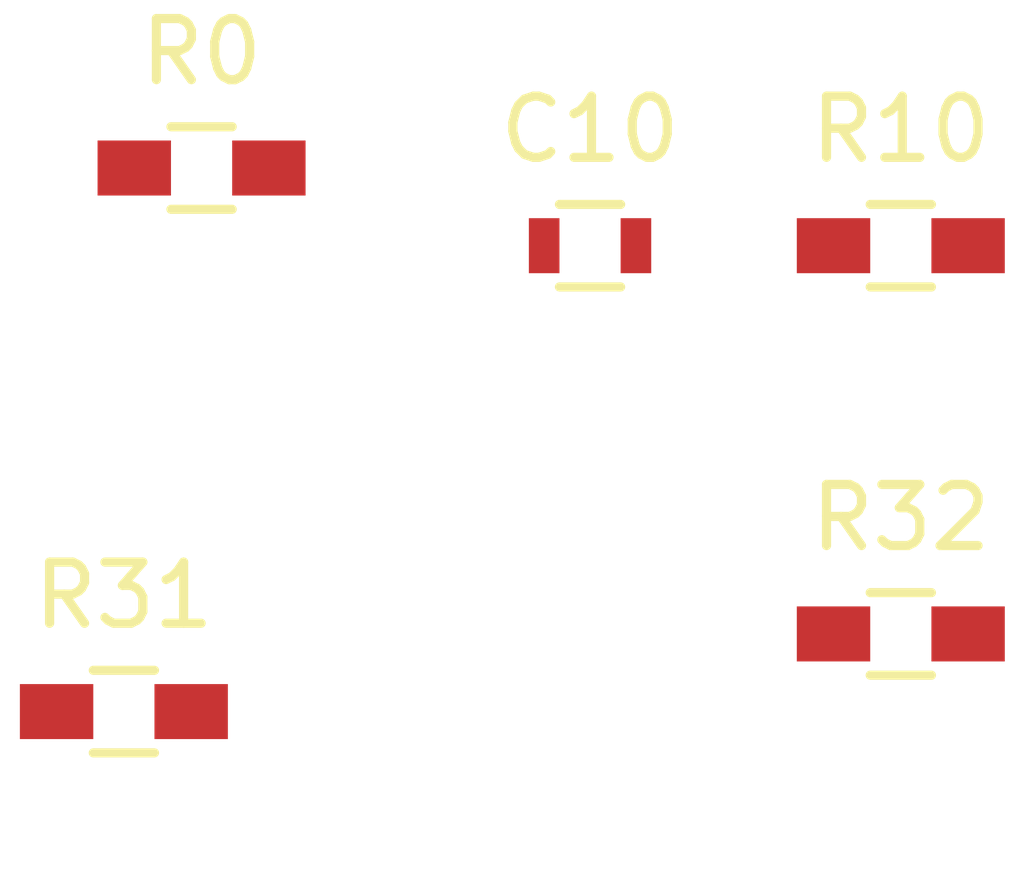
<source format=kicad_pcb>
(kicad_pcb (version 4) (host pcbnew "(2014-jul-16 BZR unknown)-product")

  (general
    (links 3)
    (no_connects 3)
    (area 0 0 0 0)
    (thickness 1.6)
    (drawings 0)
    (tracks 0)
    (zones 0)
    (modules 5)
    (nets 8)
  )

  (page A4)
  (layers
    (0 F.Cu signal)
    (31 B.Cu signal)
    (32 B.Adhes user)
    (33 F.Adhes user)
    (34 B.Paste user)
    (35 F.Paste user)
    (36 B.SilkS user)
    (37 F.SilkS user)
    (38 B.Mask user)
    (39 F.Mask user)
    (40 Dwgs.User user)
    (41 Cmts.User user)
    (42 Eco1.User user)
    (43 Eco2.User user)
    (44 Edge.Cuts user)
    (45 Margin user)
    (46 B.CrtYd user)
    (47 F.CrtYd user)
    (48 B.Fab user)
    (49 F.Fab user)
  )

  (setup
    (last_trace_width 0.254)
    (trace_clearance 0.254)
    (zone_clearance 0.508)
    (zone_45_only no)
    (trace_min 0.254)
    (segment_width 0.2)
    (edge_width 0.1)
    (via_size 0.889)
    (via_drill 0.635)
    (via_min_size 0.889)
    (via_min_drill 0.508)
    (uvia_size 0.508)
    (uvia_drill 0.127)
    (uvias_allowed no)
    (uvia_min_size 0.508)
    (uvia_min_drill 0.127)
    (pcb_text_width 0.3)
    (pcb_text_size 1.5 1.5)
    (mod_edge_width 0.15)
    (mod_text_size 1 1)
    (mod_text_width 0.15)
    (pad_size 1.5 1.5)
    (pad_drill 0.6)
    (pad_to_mask_clearance 0)
    (aux_axis_origin 0 0)
    (visible_elements FFFFFF7F)
    (pcbplotparams
      (layerselection 0x00030_80000001)
      (usegerberextensions false)
      (excludeedgelayer true)
      (linewidth 0.100000)
      (plotframeref false)
      (viasonmask false)
      (mode 1)
      (useauxorigin false)
      (hpglpennumber 1)
      (hpglpenspeed 20)
      (hpglpendiameter 15)
      (hpglpenoverlay 2)
      (psnegative false)
      (psa4output false)
      (plotreference true)
      (plotvalue true)
      (plotinvisibletext false)
      (padsonsilk false)
      (subtractmaskfromsilk false)
      (outputformat 1)
      (mirror false)
      (drillshape 1)
      (scaleselection 1)
      (outputdirectory ""))
  )

  (net 0 "")
  (net 1 VCC)
  (net 2 "Net-(C10-Pad2)")
  (net 3 GND)
  (net 4 GNDPWR)
  (net 5 "Net-(D11-Pad2)")
  (net 6 "Net-(D31-Pad2)")
  (net 7 "Net-(D32-Pad2)")

  (net_class Default "This is the default net class."
    (clearance 0.254)
    (trace_width 0.254)
    (via_dia 0.889)
    (via_drill 0.635)
    (uvia_dia 0.508)
    (uvia_drill 0.127)
    (add_net GND)
    (add_net GNDPWR)
    (add_net "Net-(C10-Pad2)")
    (add_net "Net-(D11-Pad2)")
    (add_net "Net-(D31-Pad2)")
    (add_net "Net-(D32-Pad2)")
    (add_net VCC)
  )

  (module Resistors_SMD:R_0603 (layer F.Cu) (tedit 5415CC62) (tstamp 57AB027F)
    (at 143.51 97.79)
    (descr "Resistor SMD 0603, reflow soldering, Vishay (see dcrcw.pdf)")
    (tags "resistor 0603")
    (path /57AADBD7)
    (attr smd)
    (fp_text reference C10 (at 0 -1.9) (layer F.SilkS)
      (effects (font (size 1 1) (thickness 0.15)))
    )
    (fp_text value "47 pF" (at 0 1.9) (layer F.Fab)
      (effects (font (size 1 1) (thickness 0.15)))
    )
    (fp_line (start -1.3 -0.8) (end 1.3 -0.8) (layer F.CrtYd) (width 0.05))
    (fp_line (start -1.3 0.8) (end 1.3 0.8) (layer F.CrtYd) (width 0.05))
    (fp_line (start -1.3 -0.8) (end -1.3 0.8) (layer F.CrtYd) (width 0.05))
    (fp_line (start 1.3 -0.8) (end 1.3 0.8) (layer F.CrtYd) (width 0.05))
    (fp_line (start 0.5 0.675) (end -0.5 0.675) (layer F.SilkS) (width 0.15))
    (fp_line (start -0.5 -0.675) (end 0.5 -0.675) (layer F.SilkS) (width 0.15))
    (pad 1 smd rect (at -0.75 0) (size 0.5 0.9) (layers F.Cu F.Paste F.Mask)
      (net 1 VCC))
    (pad 2 smd rect (at 0.75 0) (size 0.5 0.9) (layers F.Cu F.Paste F.Mask)
      (net 2 "Net-(C10-Pad2)"))
    (model Resistors_SMD.3dshapes/R_0603.wrl
      (at (xyz 0 0 0))
      (scale (xyz 1 1 1))
      (rotate (xyz 0 0 0))
    )
  )

  (module Resistors_SMD:R_0603_HandSoldering (layer F.Cu) (tedit 5418A00F) (tstamp 57AB028B)
    (at 137.16 96.52)
    (descr "Resistor SMD 0603, hand soldering")
    (tags "resistor 0603")
    (path /57AAEDB5)
    (attr smd)
    (fp_text reference R0 (at 0 -1.9) (layer F.SilkS)
      (effects (font (size 1 1) (thickness 0.15)))
    )
    (fp_text value 0 (at 0 1.9) (layer F.Fab)
      (effects (font (size 1 1) (thickness 0.15)))
    )
    (fp_line (start -2 -0.8) (end 2 -0.8) (layer F.CrtYd) (width 0.05))
    (fp_line (start -2 0.8) (end 2 0.8) (layer F.CrtYd) (width 0.05))
    (fp_line (start -2 -0.8) (end -2 0.8) (layer F.CrtYd) (width 0.05))
    (fp_line (start 2 -0.8) (end 2 0.8) (layer F.CrtYd) (width 0.05))
    (fp_line (start 0.5 0.675) (end -0.5 0.675) (layer F.SilkS) (width 0.15))
    (fp_line (start -0.5 -0.675) (end 0.5 -0.675) (layer F.SilkS) (width 0.15))
    (pad 1 smd rect (at -1.1 0) (size 1.2 0.9) (layers F.Cu F.Paste F.Mask)
      (net 3 GND))
    (pad 2 smd rect (at 1.1 0) (size 1.2 0.9) (layers F.Cu F.Paste F.Mask)
      (net 4 GNDPWR))
    (model Resistors_SMD.3dshapes/R_0603_HandSoldering.wrl
      (at (xyz 0 0 0))
      (scale (xyz 1 1 1))
      (rotate (xyz 0 0 0))
    )
  )

  (module Resistors_SMD:R_0603_HandSoldering (layer F.Cu) (tedit 5418A00F) (tstamp 57AB0297)
    (at 148.59 97.79)
    (descr "Resistor SMD 0603, hand soldering")
    (tags "resistor 0603")
    (path /57AAD945)
    (attr smd)
    (fp_text reference R10 (at 0 -1.9) (layer F.SilkS)
      (effects (font (size 1 1) (thickness 0.15)))
    )
    (fp_text value 300 (at 0 1.9) (layer F.Fab)
      (effects (font (size 1 1) (thickness 0.15)))
    )
    (fp_line (start -2 -0.8) (end 2 -0.8) (layer F.CrtYd) (width 0.05))
    (fp_line (start -2 0.8) (end 2 0.8) (layer F.CrtYd) (width 0.05))
    (fp_line (start -2 -0.8) (end -2 0.8) (layer F.CrtYd) (width 0.05))
    (fp_line (start 2 -0.8) (end 2 0.8) (layer F.CrtYd) (width 0.05))
    (fp_line (start 0.5 0.675) (end -0.5 0.675) (layer F.SilkS) (width 0.15))
    (fp_line (start -0.5 -0.675) (end 0.5 -0.675) (layer F.SilkS) (width 0.15))
    (pad 1 smd rect (at -1.1 0) (size 1.2 0.9) (layers F.Cu F.Paste F.Mask)
      (net 5 "Net-(D11-Pad2)"))
    (pad 2 smd rect (at 1.1 0) (size 1.2 0.9) (layers F.Cu F.Paste F.Mask)
      (net 3 GND))
    (model Resistors_SMD.3dshapes/R_0603_HandSoldering.wrl
      (at (xyz 0 0 0))
      (scale (xyz 1 1 1))
      (rotate (xyz 0 0 0))
    )
  )

  (module Resistors_SMD:R_0603_HandSoldering (layer F.Cu) (tedit 5418A00F) (tstamp 57AB02A3)
    (at 135.89 105.41)
    (descr "Resistor SMD 0603, hand soldering")
    (tags "resistor 0603")
    (path /57AB2F89)
    (attr smd)
    (fp_text reference R31 (at 0 -1.9) (layer F.SilkS)
      (effects (font (size 1 1) (thickness 0.15)))
    )
    (fp_text value 300 (at 0 1.9) (layer F.Fab)
      (effects (font (size 1 1) (thickness 0.15)))
    )
    (fp_line (start -2 -0.8) (end 2 -0.8) (layer F.CrtYd) (width 0.05))
    (fp_line (start -2 0.8) (end 2 0.8) (layer F.CrtYd) (width 0.05))
    (fp_line (start -2 -0.8) (end -2 0.8) (layer F.CrtYd) (width 0.05))
    (fp_line (start 2 -0.8) (end 2 0.8) (layer F.CrtYd) (width 0.05))
    (fp_line (start 0.5 0.675) (end -0.5 0.675) (layer F.SilkS) (width 0.15))
    (fp_line (start -0.5 -0.675) (end 0.5 -0.675) (layer F.SilkS) (width 0.15))
    (pad 1 smd rect (at -1.1 0) (size 1.2 0.9) (layers F.Cu F.Paste F.Mask)
      (net 6 "Net-(D31-Pad2)"))
    (pad 2 smd rect (at 1.1 0) (size 1.2 0.9) (layers F.Cu F.Paste F.Mask)
      (net 3 GND))
    (model Resistors_SMD.3dshapes/R_0603_HandSoldering.wrl
      (at (xyz 0 0 0))
      (scale (xyz 1 1 1))
      (rotate (xyz 0 0 0))
    )
  )

  (module Resistors_SMD:R_0603_HandSoldering (layer F.Cu) (tedit 5418A00F) (tstamp 57AB02AF)
    (at 148.59 104.14)
    (descr "Resistor SMD 0603, hand soldering")
    (tags "resistor 0603")
    (path /57AB300F)
    (attr smd)
    (fp_text reference R32 (at 0 -1.9) (layer F.SilkS)
      (effects (font (size 1 1) (thickness 0.15)))
    )
    (fp_text value 300 (at 0 1.9) (layer F.Fab)
      (effects (font (size 1 1) (thickness 0.15)))
    )
    (fp_line (start -2 -0.8) (end 2 -0.8) (layer F.CrtYd) (width 0.05))
    (fp_line (start -2 0.8) (end 2 0.8) (layer F.CrtYd) (width 0.05))
    (fp_line (start -2 -0.8) (end -2 0.8) (layer F.CrtYd) (width 0.05))
    (fp_line (start 2 -0.8) (end 2 0.8) (layer F.CrtYd) (width 0.05))
    (fp_line (start 0.5 0.675) (end -0.5 0.675) (layer F.SilkS) (width 0.15))
    (fp_line (start -0.5 -0.675) (end 0.5 -0.675) (layer F.SilkS) (width 0.15))
    (pad 1 smd rect (at -1.1 0) (size 1.2 0.9) (layers F.Cu F.Paste F.Mask)
      (net 7 "Net-(D32-Pad2)"))
    (pad 2 smd rect (at 1.1 0) (size 1.2 0.9) (layers F.Cu F.Paste F.Mask)
      (net 3 GND))
    (model Resistors_SMD.3dshapes/R_0603_HandSoldering.wrl
      (at (xyz 0 0 0))
      (scale (xyz 1 1 1))
      (rotate (xyz 0 0 0))
    )
  )

)

</source>
